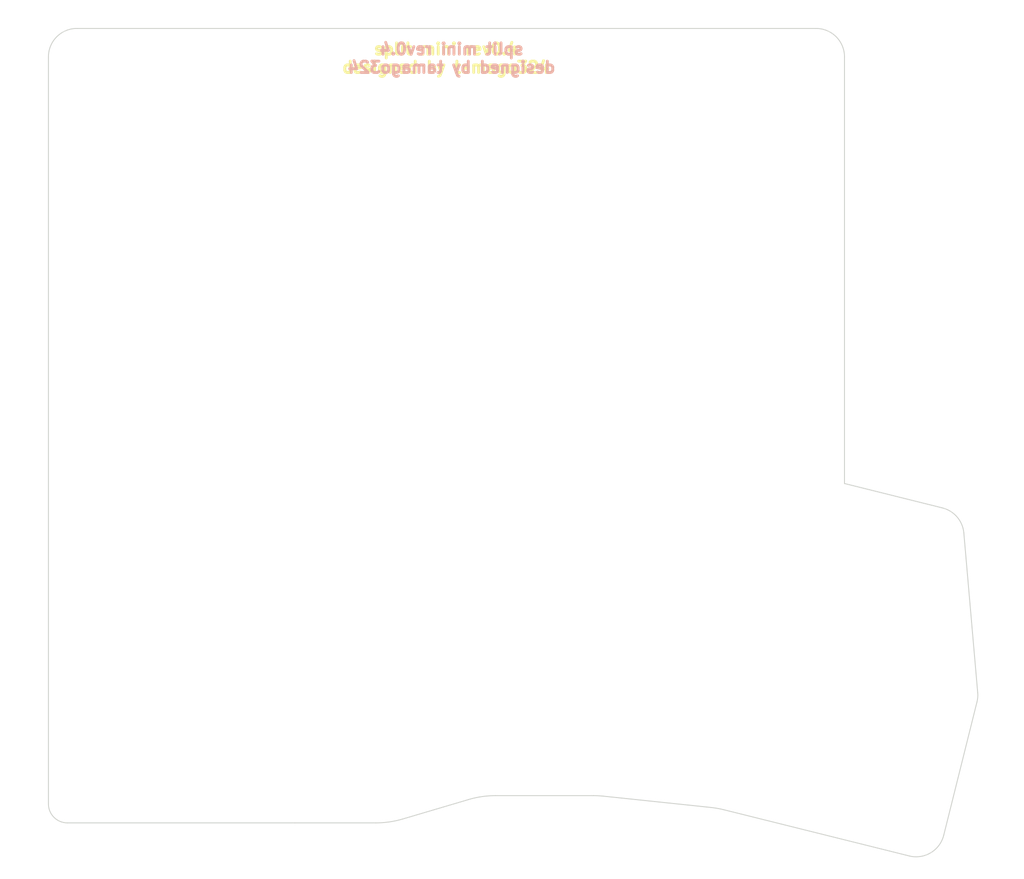
<source format=kicad_pcb>
(kicad_pcb (version 20211014) (generator pcbnew)
  (layers (0 "F.Cu" signal) (31 "B.Cu" signal) (34 "B.Paste" user) (35 "F.Paste" user) (36 "B.SilkS" user "B.Silkscreen") (37 "F.SilkS" user "F.Silkscreen") (38 "B.Mask" user) (39 "F.Mask" user) (44 "Edge.Cuts" user))
  (net 0 "")
  (net 1 "GND")
  (footprint "split-mini:spacer_m2_2.2mm" (layer "F.Cu") (at 109.13 86.36)
    (fp_text reference "HOLE5" hide)
    (fp_text value "Val**" hide)
    (pad "" np_thru_hole circle (at 0 0) (size 2.2 2.2) (drill 2.2) (layers F&B.Cu *.Mask))
  )
  (footprint "split-mini:spacer_m2_2.2mm" (layer "F.Cu") (at 51.5 96.76)
    (fp_text reference "HOLE4" hide)
    (fp_text value "Val*" hide)
    (pad "" np_thru_hole circle (at 0 0) (size 2.2 2.2) (drill 2.2) (layers F&B.Cu *.Mask))
  )
  (footprint "split-mini:spacer_m2_2.2mm" (layer "F.Cu") (at 94.5 25.74)
    (fp_text reference "HOLE2" hide)
    (fp_text value "Val**" hide)
    (pad "" np_thru_hole circle (at 0 0) (size 2.2 2.2) (drill 2.2) (layers F&B.Cu *.Mask))
  )
  (footprint "split-mini:spacer_m2_2.2mm" (layer "F.Cu") (at 28.52 25.76)
    (fp_text reference "HOLE1" hide)
    (fp_text value "Val**" hide)
    (pad "" np_thru_hole circle (at 0 0) (size 2.2 2.2) (drill 2.2) (layers F&B.Cu *.Mask))
  )
  (gr_arc (start 113.86037 69.515158) (mid 115.416492 70.478483) (end 116.123367 72.16663) (layer "Edge.Cuts") (width 0.1))
  (gr_line (start 103.530843 66.939718) (end 113.86037 69.515158) (layer "Edge.Cuts") (width 0.1))
  (gr_arc (start 114.00087 104.075745) (mid 112.635101 105.921485) (end 110.364217 106.260867) (layer "Edge.Cuts") (width 0.1))
  (gr_line (start 21.530843 102.768057) (end 45.530843 102.768057) (layer "Edge.Cuts") (width 0.1))
  (gr_line (start 78.079754 99.947838) (end 89.423885 101.140154) (layer "Edge.Cuts") (width 0.1))
  (gr_line (start 66.703035 99.893057) (end 77.034469 99.893057) (layer "Edge.Cuts") (width 0.1))
  (gr_line (start 45.530843 102.768057) (end 54.083652 102.768057) (layer "Edge.Cuts") (width 0.1))
  (gr_line (start 56.918659 102.357777) (end 63.868027 100.303337) (layer "Edge.Cuts") (width 0.1))
  (gr_line (start 19.530843 21.893057) (end 19.530843 100.768057) (layer "Edge.Cuts") (width 0.1))
  (gr_arc (start 117.586379 89.022217) (mid 117.588282 89.518035) (end 117.508503 90.007398) (layer "Edge.Cuts") (width 0.1))
  (gr_arc (start 100.530843 18.893057) (mid 102.652162 19.771738) (end 103.530843 21.893057) (layer "Edge.Cuts") (width 0.1))
  (gr_arc (start 77.034469 99.893057) (mid 77.557829 99.90676) (end 78.079754 99.947838) (layer "Edge.Cuts") (width 0.1))
  (gr_arc (start 56.918659 102.357777) (mid 55.515922 102.664954) (end 54.083652 102.768057) (layer "Edge.Cuts") (width 0.1))
  (gr_arc (start 63.868027 100.303337) (mid 65.270764 99.996162) (end 66.703035 99.893057) (layer "Edge.Cuts") (width 0.1))
  (gr_arc (start 19.530843 21.893057) (mid 20.409523 19.771737) (end 22.530843 18.893057) (layer "Edge.Cuts") (width 0.1))
  (gr_line (start 114.00087 104.075745) (end 117.508503 90.007398) (layer "Edge.Cuts") (width 0.1))
  (gr_arc (start 89.423885 101.140154) (mid 90.115082 101.237294) (end 90.797819 101.382416) (layer "Edge.Cuts") (width 0.1))
  (gr_arc (start 21.530843 102.768057) (mid 20.11663 102.18227) (end 19.530843 100.768057) (layer "Edge.Cuts") (width 0.1))
  (gr_line (start 90.797819 101.382416) (end 110.364217 106.260867) (layer "Edge.Cuts") (width 0.1))
  (gr_line (start 100.530843 18.893057) (end 22.530843 18.893057) (layer "Edge.Cuts") (width 0.1))
  (gr_line (start 103.530843 66.939718) (end 103.530843 21.893057) (layer "Edge.Cuts") (width 0.1))
  (gr_line (start 116.123367 72.16663) (end 117.586379 89.022217) (layer "Edge.Cuts") (width 0.1))
  (gr_text "split mini rev0.4\ndesigned by tamago324" (at 62.06 22.04) (layer "B.SilkS") (effects (font (size 1.2 1.2) (thickness 0.3)) (justify mirror)))
  (gr_text "split mini rev0.4\ndesigned by tamago324" (at 61.49 22.04) (layer "F.SilkS") (effects (font (size 1.2 1.2) (thickness 0.3))))
)
</source>
